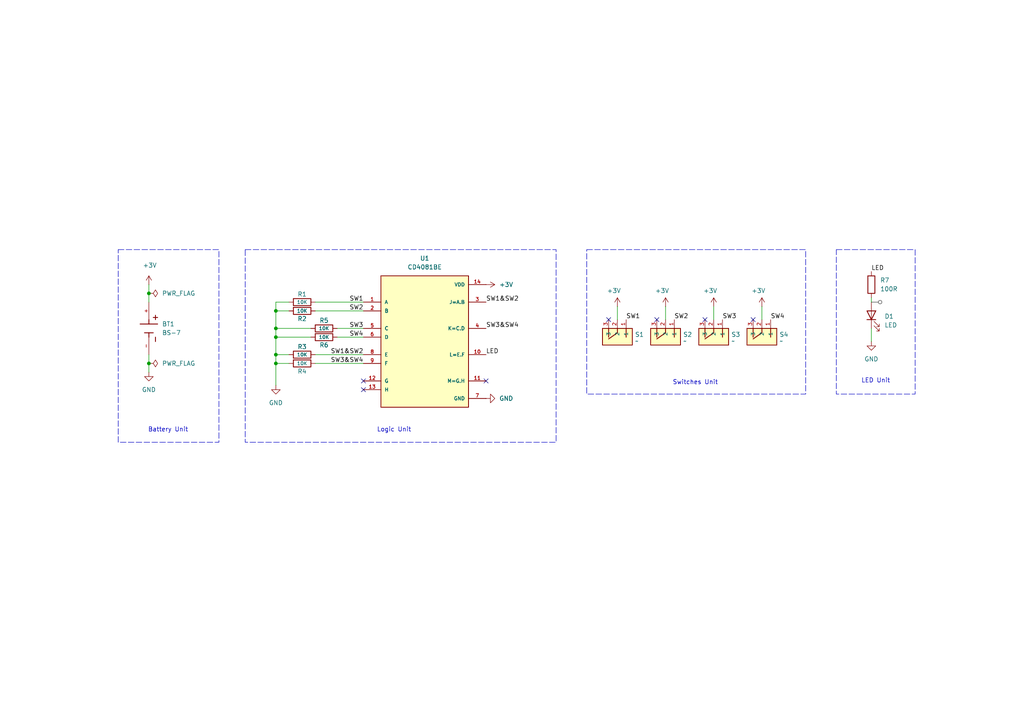
<source format=kicad_sch>
(kicad_sch (version 20231120) (generator "eeschema") (generator_version "8.0")
  (paper "A4")
  (title_block (title "Gatemania AND") (date "2024-05-23") (rev "1.0") (company "Simon Roth"))
  (lib_symbols
    (symbol "Device:LED" (pin_numbers hide) (pin_names (offset 1.016) hide)
      (property "Reference" "D" (at 0 2.54 0))
      (property "Value" "LED" (at 0 -2.54 0))
      (symbol "LED_0_1"
        (polyline (pts (xy -1.27 -1.27) (xy -1.27 1.27)) (stroke (width 0.254)))
        (polyline (pts (xy -1.27 0) (xy 1.27 0)))
        (polyline (pts (xy 1.27 -1.27) (xy 1.27 1.27) (xy -1.27 0) (xy 1.27 -1.27)) (stroke (width 0.254)))
        (polyline (pts (xy -3.048 -0.762) (xy -4.572 -2.286) (xy -3.81 -2.286) (xy -4.572 -2.286) (xy -4.572 -1.524)))
        (polyline (pts (xy -1.778 -0.762) (xy -3.302 -2.286) (xy -2.54 -2.286) (xy -3.302 -2.286) (xy -3.302 -1.524)))
      )
      (symbol "LED_1_1"
        (pin passive line (at -3.81 0 0) (length 2.54) (name "K") (number "1"))
        (pin passive line (at 3.81 0 180) (length 2.54) (name "A") (number "2"))
      )
    )
    (symbol "Device:R" (pin_numbers hide) (pin_names (offset 0))
      (property "Reference" "R" (at 2.032 0 90))
      (property "Value" "R" (at 0 0 90))
      (symbol "R_0_1"
        (rectangle (start -1.016 -2.54) (end 1.016 2.54) (stroke (width 0.254)))
      )
      (symbol "R_1_1"
        (pin passive line (at 0 3.81 270) (length 1.27) (name "~") (number "1"))
        (pin passive line (at 0 -3.81 90) (length 1.27) (name "~") (number "2"))
      )
    )
    (symbol "gatemania_and:BS-7" (pin_names (offset 1.016))
      (property "Reference" "BT" (at -3.81 3.81 0))
      (property "Value" "BS-7" (at -3.81 -5.08 0))
      (symbol "BS-7_0_0"
        (polyline (pts (xy -3.81 1.905) (xy -2.54 1.905)) (stroke (width 0.254)))
        (polyline (pts (xy -3.175 2.54) (xy -3.175 1.27)) (stroke (width 0.254)))
        (polyline (pts (xy -1.27 0) (xy -2.54 0)) (stroke (width 0.254)))
        (polyline (pts (xy -1.27 0) (xy -1.27 -2.54)) (stroke (width 0.254)))
        (polyline (pts (xy -1.27 2.54) (xy -1.27 0)) (stroke (width 0.254)))
        (polyline (pts (xy 1.27 0) (xy 1.27 -1.27)) (stroke (width 0.254)))
        (polyline (pts (xy 1.27 0) (xy 2.54 0)) (stroke (width 0.254)))
        (polyline (pts (xy 1.27 1.27) (xy 1.27 0)) (stroke (width 0.254)))
        (polyline (pts (xy 2.54 1.905) (xy 3.81 1.905)) (stroke (width 0.254)))
        (pin passive line (at -7.62 0 0) (length 5.08) (name "~") (number "+"))
        (pin passive line (at 7.62 0 180) (length 5.08) (name "~") (number "-"))
      )
    )
    (symbol "gatemania_and:CD4081BE" (pin_names (offset 1.016))
      (property "Reference" "U" (at -12.7 18.78 0))
      (property "Value" "CD4081BE" (at -12.7 -22.86 0))
      (symbol "CD4081BE_0_0"
        (rectangle (start -12.7 17.78) (end 12.7 -20.32) (stroke (width 0.254)) (fill (type background)))
        (pin input line (at -17.78 10.16 0) (length 5.08) (name "A") (number "1"))
        (pin output line (at 17.78 -5.08 180) (length 5.08) (name "L=E.F") (number "10"))
        (pin output line (at 17.78 -12.7 180) (length 5.08) (name "M=G.H") (number "11"))
        (pin input line (at -17.78 -12.7 0) (length 5.08) (name "G") (number "12"))
        (pin input line (at -17.78 -15.24 0) (length 5.08) (name "H") (number "13"))
        (pin power_in line (at 17.78 15.24 180) (length 5.08) (name "VDD") (number "14"))
        (pin input line (at -17.78 7.62 0) (length 5.08) (name "B") (number "2"))
        (pin output line (at 17.78 10.16 180) (length 5.08) (name "J=A.B") (number "3"))
        (pin output line (at 17.78 2.54 180) (length 5.08) (name "K=C.D") (number "4"))
        (pin input line (at -17.78 2.54 0) (length 5.08) (name "C") (number "5"))
        (pin input line (at -17.78 0 0) (length 5.08) (name "D") (number "6"))
        (pin power_in line (at 17.78 -17.78 180) (length 5.08) (name "GND") (number "7"))
        (pin input line (at -17.78 -5.08 0) (length 5.08) (name "E") (number "8"))
        (pin input line (at -17.78 -7.62 0) (length 5.08) (name "F") (number "9"))
      )
    )
    (symbol "gatemania_and:OS102011MS2QN1" (pin_names (offset 1.016))
      (property "Reference" "S" (at -4.572 7.874 0))
      (symbol "OS102011MS2QN1_0_0"
        (rectangle (start -4.318 7.366) (end 4.318 2.54) (stroke (width 0.254)) (fill (type background)))
        (polyline (pts (xy -2.54 2.54) (xy -2.54 5.08)) (stroke (width 0.254)))
        (polyline (pts (xy 0 2.54) (xy 0 3.81)) (stroke (width 0.254)))
        (polyline (pts (xy 0 3.81) (xy 2.54 5.588)) (stroke (width 0.254)))
        (polyline (pts (xy 2.54 2.54) (xy 2.54 5.08)) (stroke (width 0.254)))
        (pin passive line (at -2.54 0 90) (length 2.54) (name "1") (number "1"))
        (pin passive line (at 0 0 90) (length 2.54) (name "2") (number "2"))
        (pin passive line (at 2.54 0 90) (length 2.54) (name "3") (number "3"))
      )
    )
    (symbol "power:+3.3V" (power) (pin_numbers hide) (pin_names (offset 0) hide)
      (property "Value" "+3.3V" (at 0 3.556 0))
      (symbol "+3.3V_0_1"
        (polyline (pts (xy -0.762 1.27) (xy 0 2.54)))
        (polyline (pts (xy 0 0) (xy 0 2.54)))
        (polyline (pts (xy 0 2.54) (xy 0.762 1.27)))
      )
      (symbol "+3.3V_1_1"
        (pin power_in line (at 0 0 90) (length 0) (name "~") (number "1"))
      )
    )
    (symbol "power:GND" (power) (pin_numbers hide) (pin_names (offset 0) hide)
      (property "Value" "GND" (at 0 -3.81 0))
      (symbol "GND_0_1"
        (polyline (pts (xy 0 0) (xy 0 -1.27) (xy 1.27 -1.27) (xy 0 -2.54) (xy -1.27 -1.27) (xy 0 -1.27)))
      )
      (symbol "GND_1_1"
        (pin power_in line (at 0 0 270) (length 0) (name "~") (number "1"))
      )
    )
    (symbol "power:PWR_FLAG" (power) (pin_numbers hide) (pin_names (offset 0) hide)
      (property "Value" "PWR_FLAG" (at 0 3.81 0))
      (symbol "PWR_FLAG_0_0"
        (pin power_out line (at 0 0 90) (length 0) (name "~") (number "1"))
      )
      (symbol "PWR_FLAG_0_1"
        (polyline (pts (xy 0 0) (xy 0 1.27) (xy -1.016 1.905) (xy 0 2.54) (xy 1.016 1.905) (xy 0 1.27)))
      )
    )
  )
  (junction (at 80.01 90.17))
  (junction (at 43.18 105.41))
  (junction (at 43.18 85.09))
  (junction (at 80.01 97.79))
  (junction (at 80.01 105.41))
  (junction (at 80.01 95.25))
  (junction (at 80.01 102.87))
  (no_connect (at 105.41 113.03))
  (no_connect (at 176.53 92.71))
  (no_connect (at 204.47 92.71))
  (no_connect (at 218.44 92.71))
  (no_connect (at 140.97 110.49))
  (no_connect (at 105.41 110.49))
  (no_connect (at 190.5 92.71))
  (wire (pts (xy 80.01 90.17) (xy 80.01 95.25)))
  (wire (pts (xy 91.44 87.63) (xy 105.41 87.63)))
  (wire (pts (xy 83.82 87.63) (xy 80.01 87.63)))
  (wire (pts (xy 43.18 85.09) (xy 43.18 87.63)))
  (wire (pts (xy 179.07 88.9) (xy 179.07 92.71)))
  (wire (pts (xy 43.18 82.55) (xy 43.18 85.09)))
  (wire (pts (xy 97.79 95.25) (xy 105.41 95.25)))
  (wire (pts (xy 80.01 102.87) (xy 80.01 105.41)))
  (wire (pts (xy 252.73 86.36) (xy 252.73 87.63)))
  (wire (pts (xy 220.98 88.9) (xy 220.98 92.71)))
  (wire (pts (xy 80.01 97.79) (xy 90.17 97.79)))
  (wire (pts (xy 97.79 97.79) (xy 105.41 97.79)))
  (wire (pts (xy 80.01 105.41) (xy 83.82 105.41)))
  (wire (pts (xy 80.01 90.17) (xy 83.82 90.17)))
  (wire (pts (xy 91.44 90.17) (xy 105.41 90.17)))
  (wire (pts (xy 80.01 95.25) (xy 90.17 95.25)))
  (wire (pts (xy 80.01 95.25) (xy 80.01 97.79)))
  (wire (pts (xy 43.18 105.41) (xy 43.18 107.95)))
  (wire (pts (xy 193.04 88.9) (xy 193.04 92.71)))
  (wire (pts (xy 80.01 102.87) (xy 83.82 102.87)))
  (wire (pts (xy 91.44 102.87) (xy 105.41 102.87)))
  (wire (pts (xy 207.01 88.9) (xy 207.01 92.71)))
  (wire (pts (xy 43.18 102.87) (xy 43.18 105.41)))
  (wire (pts (xy 252.73 95.25) (xy 252.73 99.06)))
  (wire (pts (xy 80.01 105.41) (xy 80.01 111.76)))
  (wire (pts (xy 80.01 97.79) (xy 80.01 102.87)))
  (wire (pts (xy 80.01 87.63) (xy 80.01 90.17)))
  (wire (pts (xy 91.44 105.41) (xy 105.41 105.41)))
  (rectangle (start 170.18 72.39) (end 233.68 114.3) (stroke (width 0) (type dash)))
  (rectangle (start 242.57 72.39) (end 265.43 114.3) (stroke (width 0) (type dash)))
  (rectangle (start 71.12 72.39) (end 161.29 128.27) (stroke (width 0) (type dash)))
  (rectangle (start 34.29 72.39) (end 63.5 128.27) (stroke (width 0) (type dash)))
  (text "Switches Unit" (at 201.676 110.998 0) (effects (font (size 1.27 1.27))))
  (text "LED Unit" (at 254 110.49 0) (effects (font (size 1.27 1.27))))
  (text "Logic Unit" (at 114.3 124.714 0) (effects (font (size 1.27 1.27))))
  (text "Battery Unit" (at 48.768 124.714 0) (effects (font (size 1.27 1.27))))
  (label "SW4" (at 105.41 97.79 180))
  (label "SW2" (at 195.58 92.71 0) (property "Netclass" "SIGNAL" (effects (hide yes))))
  (label "SW3&SW4" (at 105.41 105.41 180) (property "Netclass" "SIGNAL" (effects (hide yes))))
  (label "SW2" (at 105.41 90.17 180))
  (label "SW3&SW4" (at 140.97 95.25 0) (property "Netclass" "SIGNAL" (effects (hide yes))))
  (label "SW1" (at 105.41 87.63 180))
  (label "SW3" (at 105.41 95.25 180))
  (label "SW4" (at 223.52 92.71 0) (property "Netclass" "SIGNAL" (effects (hide yes))))
  (label "SW1" (at 181.61 92.71 0) (property "Netclass" "SIGNAL" (effects (hide yes))))
  (label "LED" (at 252.73 78.74 0) (property "Netclass" "SIGNAL" (effects (hide yes))))
  (label "LED" (at 140.97 102.87 0) (property "Netclass" "SIGNAL" (effects (hide yes))))
  (label "SW1&SW2" (at 140.97 87.63 0) (property "Netclass" "SIGNAL" (effects (hide yes))))
  (label "SW1&SW2" (at 105.41 102.87 180) (property "Netclass" "SIGNAL" (effects (hide yes))))
  (label "SW3" (at 209.55 92.71 0) (property "Netclass" "SIGNAL" (effects (hide yes))))
  (netclass_flag "" (length 2.54) (shape round) (at 252.73 87.63 270) (property "Netclass" "SIGNAL" (effects (hide yes))))
  (symbol (lib_id "power:GND") (at 252.73 99.06 0) (unit 1)
    (property "Reference" "#PWR010" (effects (hide yes)))
    (property "Value" "GND" (at 252.73 104.14 0))
    (property "Description" "Power symbol creates a global label with name \"GND\" , ground" (effects (hide yes)))
  )
  (symbol (lib_id "Device:R") (at 87.63 102.87 90) (unit 1)
    (property "Reference" "R3" (at 87.63 100.584 90))
    (property "Value" "10K" (at 87.63 102.87 90) (effects (font (size 1 1))))
    (property "Footprint" "Resistor_THT:R_Axial_DIN0207_L6.3mm_D2.5mm_P15.24mm_Horizontal" (effects (hide yes)))
    (property "Description" "Resistor" (effects (hide yes)))
  )
  (symbol (lib_id "gatemania_and:OS102011MS2QN1") (at 220.98 92.71 180) (unit 1)
    (property "Reference" "S4" (at 226.06 97.0279 0) (effects (justify right)))
    (property "Value" "~" (at 226.06 98.933 0) (effects (justify right)))
    (property "Footprint" "gatemania_and:OS102011MS2QN1" (effects (hide yes)))
  )
  (symbol (lib_id "power:+3.3V") (at 207.01 88.9 0) (unit 1)
    (property "Reference" "#PWR08" (effects (hide yes)))
    (property "Value" "+3V" (at 203.962 84.328 0) (effects (justify left)))
    (property "Description" "Power symbol creates a global label with name \"+3.3V\"" (effects (hide yes)))
  )
  (symbol (lib_id "Device:R") (at 87.63 105.41 270) (unit 1)
    (property "Reference" "R4" (at 87.63 107.696 90))
    (property "Value" "10K" (at 87.63 105.41 90) (effects (font (size 1 1))))
    (property "Footprint" "Resistor_THT:R_Axial_DIN0207_L6.3mm_D2.5mm_P15.24mm_Horizontal" (effects (hide yes)))
    (property "Description" "Resistor" (effects (hide yes)))
  )
  (symbol (lib_id "power:+3.3V") (at 220.98 88.9 0) (unit 1)
    (property "Reference" "#PWR09" (effects (hide yes)))
    (property "Value" "+3V" (at 217.932 84.328 0) (effects (justify left)))
    (property "Description" "Power symbol creates a global label with name \"+3.3V\"" (effects (hide yes)))
  )
  (symbol (lib_id "power:+3.3V") (at 179.07 88.9 0) (unit 1)
    (property "Reference" "#PWR06" (effects (hide yes)))
    (property "Value" "+3V" (at 176.022 84.328 0) (effects (justify left)))
    (property "Description" "Power symbol creates a global label with name \"+3.3V\"" (effects (hide yes)))
  )
  (symbol (lib_id "gatemania_and:CD4081BE") (at 123.19 97.79 0) (unit 1)
    (property "Reference" "U1" (at 123.19 74.93 0))
    (property "Value" "CD4081BE" (at 123.19 77.47 0))
    (property "Footprint" "gatemania_and:CD4081BE" (effects (hide yes)))
  )
  (symbol (lib_id "power:+3.3V") (at 43.18 82.55 0) (unit 1)
    (property "Reference" "#PWR01" (effects (hide yes)))
    (property "Value" "+3V" (at 41.402 76.962 0) (effects (justify left)))
    (property "Description" "Power symbol creates a global label with name \"+3.3V\"" (effects (hide yes)))
  )
  (symbol (lib_id "gatemania_and:OS102011MS2QN1") (at 193.04 92.71 180) (unit 1)
    (property "Reference" "S2" (at 198.12 97.0279 0) (effects (justify right)))
    (property "Value" "~" (at 198.12 98.933 0) (effects (justify right)))
    (property "Footprint" "gatemania_and:OS102011MS2QN1" (effects (hide yes)))
  )
  (symbol (lib_id "power:+3.3V") (at 193.04 88.9 0) (unit 1)
    (property "Reference" "#PWR07" (effects (hide yes)))
    (property "Value" "+3V" (at 189.992 84.328 0) (effects (justify left)))
    (property "Description" "Power symbol creates a global label with name \"+3.3V\"" (effects (hide yes)))
  )
  (symbol (lib_id "power:GND") (at 80.01 111.76 0) (unit 1)
    (property "Reference" "#PWR03" (effects (hide yes)))
    (property "Value" "GND" (at 80.01 116.84 0))
    (property "Description" "Power symbol creates a global label with name \"GND\" , ground" (effects (hide yes)))
  )
  (symbol (lib_id "Device:R") (at 252.73 82.55 0) (unit 1)
    (property "Reference" "R7" (at 255.27 81.2799 0) (effects (justify left)))
    (property "Value" "100R" (at 255.27 83.8199 0) (effects (justify left)))
    (property "Footprint" "Resistor_THT:R_Axial_DIN0207_L6.3mm_D2.5mm_P15.24mm_Horizontal" (effects (hide yes)))
    (property "Description" "Resistor" (effects (hide yes)))
  )
  (symbol (lib_id "Device:R") (at 93.98 97.79 270) (unit 1)
    (property "Reference" "R6" (at 93.98 100.076 90))
    (property "Value" "10K" (at 93.98 97.79 90) (effects (font (size 1 1))))
    (property "Footprint" "Resistor_THT:R_Axial_DIN0207_L6.3mm_D2.5mm_P15.24mm_Horizontal" (effects (hide yes)))
    (property "Description" "Resistor" (effects (hide yes)))
  )
  (symbol (lib_id "power:+3.3V") (at 140.97 82.55 270) (unit 1)
    (property "Reference" "#PWR04" (effects (hide yes)))
    (property "Value" "+3V" (at 144.78 82.5499 90) (effects (justify left)))
    (property "Description" "Power symbol creates a global label with name \"+3.3V\"" (effects (hide yes)))
  )
  (symbol (lib_id "Device:R") (at 87.63 90.17 270) (unit 1)
    (property "Reference" "R2" (at 87.63 92.456 90))
    (property "Value" "10K" (at 87.63 90.17 90) (effects (font (size 1 1))))
    (property "Footprint" "Resistor_THT:R_Axial_DIN0207_L6.3mm_D2.5mm_P15.24mm_Horizontal" (effects (hide yes)))
    (property "Description" "Resistor" (effects (hide yes)))
  )
  (symbol (lib_id "gatemania_and:BS-7") (at 43.18 95.25 270) (unit 1)
    (property "Reference" "BT1" (at 46.99 93.9799 90) (effects (justify left)))
    (property "Value" "BS-7" (at 46.99 96.5199 90) (effects (justify left)))
    (property "Footprint" "gatemania_and:BS-7" (effects (hide yes)))
  )
  (symbol (lib_id "power:PWR_FLAG") (at 43.18 85.09 270) (unit 1)
    (property "Reference" "#FLG01" (effects (hide yes)))
    (property "Value" "PWR_FLAG" (at 46.99 85.0899 90) (effects (justify left)))
    (property "Description" "Special symbol for telling ERC where power comes from" (effects (hide yes)))
  )
  (symbol (lib_id "Device:LED") (at 252.73 91.44 90) (unit 1)
    (property "Reference" "D1" (at 256.54 91.7574 90) (effects (justify right)))
    (property "Value" "LED" (at 256.54 94.2974 90) (effects (justify right)))
    (property "Footprint" "LED_THT:LED_D5.0mm" (effects (hide yes)))
    (property "Description" "Light emitting diode" (effects (hide yes)))
  )
  (symbol (lib_id "gatemania_and:OS102011MS2QN1") (at 179.07 92.71 180) (unit 1)
    (property "Reference" "S1" (at 184.15 97.0279 0) (effects (justify right)))
    (property "Value" "~" (at 184.15 98.933 0) (effects (justify right)))
    (property "Footprint" "gatemania_and:OS102011MS2QN1" (effects (hide yes)))
  )
  (symbol (lib_id "power:PWR_FLAG") (at 43.18 105.41 270) (unit 1)
    (property "Reference" "#FLG02" (effects (hide yes)))
    (property "Value" "PWR_FLAG" (at 46.99 105.4099 90) (effects (justify left)))
    (property "Description" "Special symbol for telling ERC where power comes from" (effects (hide yes)))
  )
  (symbol (lib_id "gatemania_and:OS102011MS2QN1") (at 207.01 92.71 180) (unit 1)
    (property "Reference" "S3" (at 212.09 97.0279 0) (effects (justify right)))
    (property "Value" "~" (at 212.09 98.933 0) (effects (justify right)))
    (property "Footprint" "gatemania_and:OS102011MS2QN1" (effects (hide yes)))
  )
  (symbol (lib_id "power:GND") (at 43.18 107.95 0) (unit 1)
    (property "Reference" "#PWR02" (effects (hide yes)))
    (property "Value" "GND" (at 43.18 113.03 0))
    (property "Description" "Power symbol creates a global label with name \"GND\" , ground" (effects (hide yes)))
  )
  (symbol (lib_id "Device:R") (at 87.63 87.63 90) (unit 1)
    (property "Reference" "R1" (at 87.63 85.344 90))
    (property "Value" "10K" (at 87.63 87.63 90) (effects (font (size 1 1))))
    (property "Footprint" "Resistor_THT:R_Axial_DIN0207_L6.3mm_D2.5mm_P15.24mm_Horizontal" (effects (hide yes)))
    (property "Description" "Resistor" (effects (hide yes)))
  )
  (symbol (lib_id "power:GND") (at 140.97 115.57 90) (unit 1)
    (property "Reference" "#PWR05" (effects (hide yes)))
    (property "Value" "GND" (at 144.78 115.5699 90) (effects (justify right)))
    (property "Description" "Power symbol creates a global label with name \"GND\" , ground" (effects (hide yes)))
  )
  (symbol (lib_id "Device:R") (at 93.98 95.25 90) (unit 1)
    (property "Reference" "R5" (at 93.98 92.964 90))
    (property "Value" "10K" (at 93.98 95.25 90) (effects (font (size 1 1))))
    (property "Footprint" "Resistor_THT:R_Axial_DIN0207_L6.3mm_D2.5mm_P15.24mm_Horizontal" (effects (hide yes)))
    (property "Description" "Resistor" (effects (hide yes)))
  )
)
</source>
